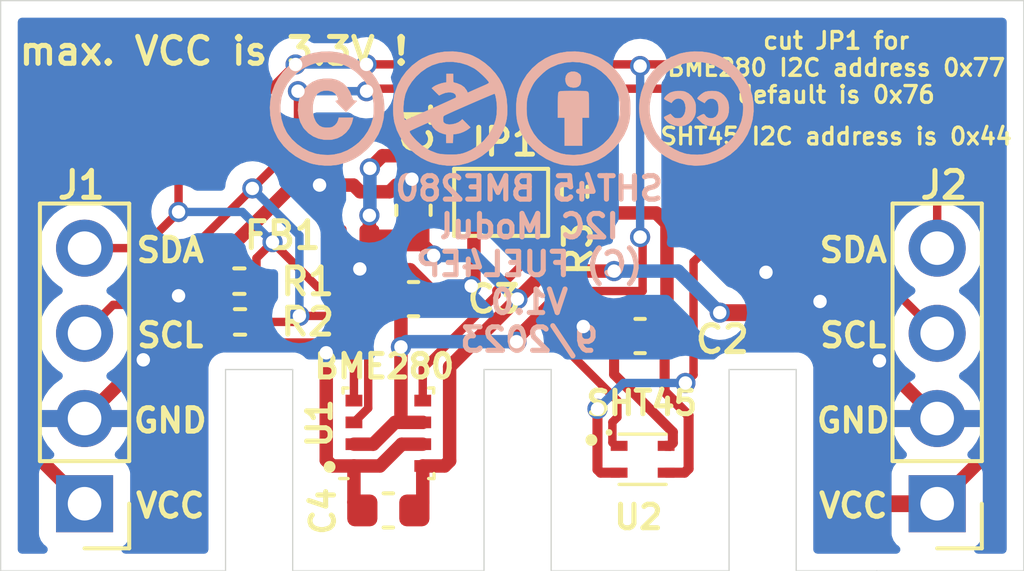
<source format=kicad_pcb>
(kicad_pcb (version 20211014) (generator pcbnew)
  (title_block (title "I2C_Module_SHT45_BME280_FUEL4EP") (date "2023-09-09") (rev "V1.0") (company "(c) FUEL4EP"))
  (layers (0 "F.Cu" signal) (31 "B.Cu" signal) (34 "B.Paste" user) (35 "F.Paste" user) (36 "B.SilkS" user "B.Silkscreen") (37 "F.SilkS" user "F.Silkscreen") (38 "B.Mask" user) (39 "F.Mask" user) (44 "Edge.Cuts" user))
  (net 0 "")
  (net 1 "VCC")
  (net 2 "GND")
  (net 3 "/SCL")
  (net 4 "/SDA")
  (net 5 "VDDA")
  (net 6 "Net-(JP1-Pad2)")
  (footprint "Capacitor_SMD:C_0603_1608Metric" (layer "F.Cu") (at 12.3 -10.75 90)
    (fp_text reference "C1" (at 2.45 0.146 90) (layer "F.SilkS") (effects (font (size 0.8 0.8))))
    (fp_text value "4.7u")
    (pad "1" smd roundrect (at -0.775 0 90) (size 0.9 0.95) (layers "F.Cu" "F.Paste" "F.Mask") (net 5 "VDDA"))
    (pad "2" smd roundrect (at 0.775 0 90) (size 0.9 0.95) (layers "F.Cu" "F.Paste" "F.Mask") (net 2 "GND"))
  )
  (footprint "Connector_PinHeader_2.54mm:PinHeader_1x04_P2.54mm_Vertical" (layer "F.Cu") (at 2.5 -2 180)
    (fp_text reference "J1" (at 0.1 9.5) (layer "F.SilkS") (effects (font (size 0.8 0.8))))
    (fp_text value "Conn_01x04")
    (pad "1" thru_hole rect (at 0 0 180) (size 1.7 1.7) (drill 1) (layers *.Cu *.Mask) (net 1 "VCC"))
    (pad "2" thru_hole oval (at 0 2.54 180) (size 1.7 1.7) (drill 1) (layers *.Cu *.Mask) (net 2 "GND"))
    (pad "3" thru_hole oval (at 0 5.08 180) (size 1.7 1.7) (drill 1) (layers *.Cu *.Mask) (net 3 "/SCL"))
    (pad "4" thru_hole oval (at 0 7.62 180) (size 1.7 1.7) (drill 1) (layers *.Cu *.Mask) (net 4 "/SDA"))
  )
  (footprint "Inductor_SMD:L_0402_1005Metric" (layer "F.Cu") (at 10.5 -10)
    (fp_text reference "FB1" (at -2.1 0) (layer "F.SilkS") (effects (font (size 0.8 0.8))))
    (fp_text value "FerriteBead")
    (pad "1" smd roundrect (at -0.485 0) (size 0.59 0.64) (layers "F.Cu" "F.Paste" "F.Mask") (net 1 "VCC"))
    (pad "2" smd roundrect (at 0.485 0) (size 0.59 0.64) (layers "F.Cu" "F.Paste" "F.Mask") (net 5 "VDDA"))
  )
  (footprint "Connector_PinHeader_2.54mm:PinHeader_1x04_P2.54mm_Vertical" (layer "F.Cu") (at 27.9 -2 180)
    (fp_text reference "J2" (at -0.2 9.5) (layer "F.SilkS") (effects (font (size 0.8 0.8))))
    (fp_text value "Conn_01x04")
    (pad "1" thru_hole rect (at 0 0 180) (size 1.7 1.7) (drill 1) (layers *.Cu *.Mask) (net 1 "VCC"))
    (pad "2" thru_hole oval (at 0 2.54 180) (size 1.7 1.7) (drill 1) (layers *.Cu *.Mask) (net 2 "GND"))
    (pad "3" thru_hole oval (at 0 5.08 180) (size 1.7 1.7) (drill 1) (layers *.Cu *.Mask) (net 3 "/SCL"))
    (pad "4" thru_hole oval (at 0 7.62 180) (size 1.7 1.7) (drill 1) (layers *.Cu *.Mask) (net 4 "/SDA"))
  )
  (footprint "Package_LGA:Bosch_LGA-8_2.5x2.5mm_P0.65mm_ClockwisePinNumbering" (layer "F.Cu") (at 11.55 -4.1 90)
    (fp_text reference "U1" (at 0.3 -2.05 90) (layer "F.SilkS") (effects (font (size 0.7 0.7))))
    (fp_text value "BME280")
    (pad "1" smd rect (at -0.975 -1.025 180) (size 0.5 0.35) (layers "F.Cu" "F.Paste" "F.Mask") (net 2 "GND"))
    (pad "2" smd rect (at -0.325 -1.025 180) (size 0.5 0.35) (layers "F.Cu" "F.Paste" "F.Mask") (net 1 "VCC"))
    (pad "3" smd rect (at 0.325 -1.025 180) (size 0.5 0.35) (layers "F.Cu" "F.Paste" "F.Mask") (net 4 "/SDA"))
    (pad "4" smd rect (at 0.975 -1.025 180) (size 0.5 0.35) (layers "F.Cu" "F.Paste" "F.Mask") (net 3 "/SCL"))
    (pad "5" smd rect (at 0.975 1.025 180) (size 0.5 0.35) (layers "F.Cu" "F.Paste" "F.Mask") (net 6 "Net-(JP1-Pad2)"))
    (pad "6" smd rect (at 0.325 1.025 180) (size 0.5 0.35) (layers "F.Cu" "F.Paste" "F.Mask") (net 1 "VCC"))
    (pad "7" smd rect (at -0.325 1.025 180) (size 0.5 0.35) (layers "F.Cu" "F.Paste" "F.Mask") (net 2 "GND"))
    (pad "8" smd rect (at -0.975 1.025 180) (size 0.5 0.35) (layers "F.Cu" "F.Paste" "F.Mask") (net 5 "VDDA"))
  )
  (footprint "Jumper:SolderJumper-2_P1.3mm_Bridged_Pad1.0x1.5mm" (layer "F.Cu") (at 14.91 -10.985)
    (fp_text reference "JP1" (at 0 -1.8) (layer "F.SilkS") (effects (font (size 0.8 0.8))))
    (fp_text value "SolderJumper_2_Bridged")
    (fp_poly (pts (xy -0.25 -0.3) (xy 0.25 -0.3) (xy 0.25 0.3) (xy -0.25 0.3)) (layer "F.Cu") (width 0) (fill solid))
    (pad "1" smd rect (at -0.65 0) (size 1 1.5) (layers "F.Cu" "F.Mask") (net 2 "GND"))
    (pad "2" smd rect (at 0.65 0) (size 1 1.5) (layers "F.Cu" "F.Mask") (net 6 "Net-(JP1-Pad2)"))
  )
  (footprint "Capacitor_SMD:C_0603_1608Metric" (layer "F.Cu") (at 12.3 -8.1 180)
    (fp_text reference "C3" (at -2.4 0) (layer "F.SilkS") (effects (font (size 0.8 0.8))))
    (fp_text value "100n")
    (pad "1" smd roundrect (at -0.775 0 180) (size 0.9 0.95) (layers "F.Cu" "F.Paste" "F.Mask") (net 2 "GND"))
    (pad "2" smd roundrect (at 0.775 0 180) (size 0.9 0.95) (layers "F.Cu" "F.Paste" "F.Mask") (net 1 "VCC"))
  )
  (footprint "Resistor_SMD:R_0402_1005Metric" (layer "F.Cu") (at 7.112 -8.636 180)
    (fp_text reference "R1" (at -2.032 -0.015) (layer "F.SilkS") (effects (font (size 0.8 0.8))))
    (fp_text value "4.7k")
    (pad "1" smd roundrect (at -0.51 0 180) (size 0.54 0.64) (layers "F.Cu" "F.Paste" "F.Mask") (net 4 "/SDA"))
    (pad "2" smd roundrect (at 0.51 0 180) (size 0.54 0.64) (layers "F.Cu" "F.Paste" "F.Mask") (net 2 "GND"))
  )
  (footprint "Resistor_SMD:R_0402_1005Metric" (layer "F.Cu") (at 17.1 -11.3 -90)
    (fp_text reference "R3" (at 1.7 -0.1 -270) (layer "F.SilkS") (effects (font (size 0.8 0.8))))
    (fp_text value "10k")
    (pad "1" smd roundrect (at -0.51 0 270) (size 0.54 0.64) (layers "F.Cu" "F.Paste" "F.Mask") (net 5 "VDDA"))
    (pad "2" smd roundrect (at 0.51 0 270) (size 0.54 0.64) (layers "F.Cu" "F.Paste" "F.Mask") (net 6 "Net-(JP1-Pad2)"))
  )
  (footprint "FUEL4EP:SHT4X" (layer "F.Cu") (at 19.125 -3.325)
    (fp_text reference "U2" (at -0.125 1.725) (layer "F.SilkS") (effects (font (size 0.7 0.7))))
    (fp_text value "SHT45-AD1F-R2")
    (pad "1" smd rect (at -0.7 -0.4) (size 0.5 0.3) (layers "F.Cu" "F.Paste" "F.Mask") (net 4 "/SDA"))
    (pad "2" smd rect (at -0.7 0.4) (size 0.5 0.3) (layers "F.Cu" "F.Paste" "F.Mask") (net 3 "/SCL"))
    (pad "3" smd rect (at 0.7 0.4) (size 0.5 0.3) (layers "F.Cu" "F.Paste" "F.Mask") (net 5 "VDDA"))
    (pad "4" smd rect (at 0.7 -0.4) (size 0.5 0.3) (layers "F.Cu" "F.Paste" "F.Mask") (net 2 "GND"))
  )
  (footprint "Capacitor_SMD:C_0603_1608Metric" (layer "F.Cu") (at 11.55 -1.8)
    (fp_text reference "C4" (at -1.95 0.022 90) (layer "F.SilkS") (effects (font (size 0.7 0.7))))
    (fp_text value "100n")
    (pad "1" smd roundrect (at -0.775 0) (size 0.9 0.95) (layers "F.Cu" "F.Paste" "F.Mask") (net 2 "GND"))
    (pad "2" smd roundrect (at 0.775 0) (size 0.9 0.95) (layers "F.Cu" "F.Paste" "F.Mask") (net 5 "VDDA"))
  )
  (footprint "Resistor_SMD:R_0402_1005Metric" (layer "F.Cu") (at 7.132 -7.421 180)
    (fp_text reference "R2" (at -2.012 0) (layer "F.SilkS") (effects (font (size 0.8 0.8))))
    (fp_text value "4.7k")
    (pad "1" smd roundrect (at -0.51 0 180) (size 0.54 0.64) (layers "F.Cu" "F.Paste" "F.Mask") (net 3 "/SCL"))
    (pad "2" smd roundrect (at 0.51 0 180) (size 0.54 0.64) (layers "F.Cu" "F.Paste" "F.Mask") (net 2 "GND"))
  )
  (footprint "Capacitor_SMD:C_0603_1608Metric" (layer "F.Cu") (at 19.05 -7)
    (fp_text reference "C2" (at 2.45 0.1) (layer "F.SilkS") (effects (font (size 0.8 0.8))))
    (fp_text value "100n")
    (pad "1" smd roundrect (at -0.775 0) (size 0.9 0.95) (layers "F.Cu" "F.Paste" "F.Mask") (net 2 "GND"))
    (pad "2" smd roundrect (at 0.775 0) (size 0.9 0.95) (layers "F.Cu" "F.Paste" "F.Mask") (net 5 "VDDA"))
  )
  (footprint "FUEL4EP:CC-BY-ND-SA" (layer "B.Cu") (at 15.24 -13.8 180)
    (fp_text reference "LOGO1" hide)
    (fp_text value "Logo_Open_Hardware_Small" hide)
  )
  (gr_circle (center 17.6 -3.9) (end 17.7 -3.9) (layer "F.SilkS") (width 0.1524) (fill solid))
  (gr_circle (center 9.8 -3.1) (end 9.9 -3.1) (layer "F.SilkS") (width 0.1524) (fill solid))
  (gr_line (start 6.7 0) (end 0 0) (layer "Edge.Cuts") (width 0.0381))
  (gr_line (start 16.4 -6) (end 14.4 -6) (layer "Edge.Cuts") (width 0.0381))
  (gr_line (start 6.7 -6) (end 8.7 -6) (layer "Edge.Cuts") (width 0.0381))
  (gr_line (start 16.4 0) (end 16.4 -6) (layer "Edge.Cuts") (width 0.0381))
  (gr_line (start 6.7 0) (end 6.7 -6) (layer "Edge.Cuts") (width 0.0381))
  (gr_line (start 30.48 0) (end 26.1 0) (layer "Edge.Cuts") (width 0.0381))
  (gr_line (start 0 -17) (end 0 0) (layer "Edge.Cuts") (width 0.0381))
  (gr_line (start 0 -17) (end 30.48 -17) (layer "Edge.Cuts") (width 0.0381))
  (gr_line (start 14.4 0) (end 8.7 0) (layer "Edge.Cuts") (width 0.0381))
  (gr_line (start 21.7 0) (end 21.7 -6) (layer "Edge.Cuts") (width 0.0381))
  (gr_line (start 8.7 -6) (end 8.7 0) (layer "Edge.Cuts") (width 0.0381))
  (gr_line (start 21.7 -6) (end 23.7 -6) (layer "Edge.Cuts") (width 0.0381))
  (gr_line (start 14.4 -6) (end 14.4 0) (layer "Edge.Cuts") (width 0.0381))
  (gr_line (start 26.1 0) (end 23.7 0) (layer "Edge.Cuts") (width 0.0381))
  (gr_line (start 23.7 -6) (end 23.7 0) (layer "Edge.Cuts") (width 0.0381))
  (gr_line (start 21.7 0) (end 16.4 0) (layer "Edge.Cuts") (width 0.0381))
  (gr_line (start 30.48 -17) (end 30.48 0) (layer "Edge.Cuts") (width 0.0381))
  (gr_text "SHT45 BME280\nI2C Modul\n(C) FUEL4EP\nV1.0\n9/2023" (at 15.748 -9.144) (layer "B.SilkS") (effects (font (size 0.7 0.7) (thickness 0.1524)) (justify mirror)))
  (gr_text "SCL\n" (at 5.053 -7.02) (layer "F.SilkS") (effects (font (size 0.7 0.7))))
  (gr_text "SDA" (at 25.4 -9.56) (layer "F.SilkS") (effects (font (size 0.7 0.7))))
  (gr_text "SHT45 I2C address is 0x44" (at 24.892 -12.954) (layer "F.SilkS") (effects (font (size 0.5 0.5) (thickness 0.1))))
  (gr_text "SHT45\n" (at 19.1 -5) (layer "F.SilkS") (effects (font (size 0.7 0.7))))
  (gr_text "GND\n" (at 25.4 -4.48) (layer "F.SilkS") (effects (font (size 0.7 0.7))))
  (gr_text "GND\n" (at 5.053 -4.48) (layer "F.SilkS") (effects (font (size 0.7 0.7))))
  (gr_text "SCL\n" (at 25.4 -7.02) (layer "F.SilkS") (effects (font (size 0.7 0.7))))
  (gr_text "VCC\n" (at 5.053 -1.94) (layer "F.SilkS") (effects (font (size 0.7 0.7))))
  (gr_text "cut JP1 for\nBME280 I2C address 0x77\ndefault is 0x76\n" (at 24.892 -15) (layer "F.SilkS") (effects (font (size 0.5 0.5) (thickness 0.1))))
  (gr_text "BME280" (at 11.43 -6.096) (layer "F.SilkS") (effects (font (size 0.7 0.7))))
  (gr_text "SDA" (at 5.053 -9.56) (layer "F.SilkS") (effects (font (size 0.7 0.7))))
  (gr_text "VCC\n" (at 25.4 -1.94) (layer "F.SilkS") (effects (font (size 0.7 0.7))))
  (gr_text "max. VCC is 3.3V !" (at 6.35 -15.494) (layer "F.SilkS") (effects (font (size 0.8 0.8) (thickness 0.1524))))
  (segment (start 26.4 -2) (end 24.9 -3.5) (width 0.5) (layer "F.Cu") (net 1))
  (segment (start 11.75 -4.425) (end 11.1 -3.775) (width 0.4) (layer "F.Cu") (net 1))
  (segment (start 17.380493 -8.935823) (end 18.274735 -8.935823) (width 0.4) (layer "F.Cu") (net 1))
  (segment (start 1.016 -16.256) (end 29.464 -16.256) (width 0.4) (layer "F.Cu") (net 1))
  (segment (start 11.1 -3.775) (end 10.525 -3.775) (width 0.4) (layer "F.Cu") (net 1))
  (segment (start 15.368742 -6.924072) (end 17.380493 -8.935823) (width 0.4) (layer "F.Cu") (net 1))
  (segment (start 29.718 -3.818) (end 27.9 -2) (width 0.4) (layer "F.Cu") (net 1))
  (segment (start 23.603116 -7.696884) (end 21.4225 -7.696884) (width 0.5) (layer "F.Cu") (net 1))
  (segment (start 27.9 -2) (end 26.4 -2) (width 0.5) (layer "F.Cu") (net 1))
  (segment (start 29.464 -16.256) (end 29.718 -16.002) (width 0.4) (layer "F.Cu") (net 1))
  (segment (start 0.762 -3.738) (end 0.762 -16.002) (width 0.4) (layer "F.Cu") (net 1))
  (segment (start 10.0005 -8.710257) (end 10.610757 -8.1) (width 0.4) (layer "F.Cu") (net 1))
  (segment (start 10.0005 -9.289743) (end 10.0005 -8.710257) (width 0.4) (layer "F.Cu") (net 1))
  (segment (start 10.015 -10) (end 10.015 -9.304243) (width 0.4) (layer "F.Cu") (net 1))
  (segment (start 11.925 -4.5) (end 11.925 -7.7) (width 0.4) (layer "F.Cu") (net 1))
  (segment (start 0.762 -16.002) (end 1.016 -16.256) (width 0.4) (layer "F.Cu") (net 1))
  (segment (start 10.610757 -8.1) (end 11.525 -8.1) (width 0.4) (layer "F.Cu") (net 1))
  (segment (start 24.9 -6.4) (end 23.603116 -7.696884) (width 0.5) (layer "F.Cu") (net 1))
  (segment (start 10.015 -9.304243) (end 10.0005 -9.289743) (width 0.4) (layer "F.Cu") (net 1))
  (segment (start 12 -4.425) (end 11.925 -4.5) (width 0.4) (layer "F.Cu") (net 1))
  (segment (start 24.9 -3.5) (end 24.9 -6.4) (width 0.5) (layer "F.Cu") (net 1))
  (segment (start 12.575 -4.425) (end 11.75 -4.425) (width 0.4) (layer "F.Cu") (net 1))
  (segment (start 0.762 -3.738) (end 2.5 -2) (width 0.4) (layer "F.Cu") (net 1))
  (segment (start 11.925 -7.7) (end 11.525 -8.1) (width 0.4) (layer "F.Cu") (net 1))
  (segment (start 15.368742 -6.831258) (end 15.368742 -6.924072) (width 0.4) (layer "F.Cu") (net 1))
  (segment (start 29.718 -16.002) (end 29.718 -3.818) (width 0.4) (layer "F.Cu") (net 1))
  (segment (start 12.575 -4.425) (end 12 -4.425) (width 0.4) (layer "F.Cu") (net 1))
  (via (at 18.274735 -8.935823) (size 0.6) (drill 0.4) (layers "F.Cu" "B.Cu") (net 1))
  (via (at 11.925 -6.675) (size 0.6) (drill 0.4) (layers "F.Cu" "B.Cu") (net 1))
  (via (at 21.4225 -7.696884) (size 0.6) (drill 0.4) (layers "F.Cu" "B.Cu") (net 1))
  (via (at 15.368742 -6.831258) (size 0.6) (drill 0.4) (layers "F.Cu" "B.Cu") (net 1))
  (segment (start 18.274735 -8.935823) (end 20.183561 -8.935823) (width 0.4) (layer "B.Cu") (net 1))
  (segment (start 12.081258 -6.831258) (end 11.925 -6.675) (width 0.4) (layer "B.Cu") (net 1))
  (segment (start 20.183561 -8.935823) (end 21.4225 -7.696884) (width 0.4) (layer "B.Cu") (net 1))
  (segment (start 15.368742 -6.831258) (end 12.081258 -6.831258) (width 0.4) (layer "B.Cu") (net 1))
  (segment (start 18.275 -7) (end 17.641051 -7) (width 0.4) (layer "F.Cu") (net 2))
  (segment (start 10.725 -8.975) (end 12.2 -8.975) (width 0.4) (layer "F.Cu") (net 2))
  (segment (start 10.525 -2.05) (end 10.775 -1.8) (width 0.4) (layer "F.Cu") (net 2))
  (segment (start 9.875 -3.125) (end 9.7 -3.3) (width 0.4) (layer "F.Cu") (net 2))
  (segment (start 19.937132 -3.725) (end 19.825 -3.725) (width 0.3) (layer "F.Cu") (net 2))
  (segment (start 14.1 -8.572728) (end 14.019014 -8.491742) (width 0.4) (layer "F.Cu") (net 2))
  (segment (start 9.7 -3.3) (end 9.7 -6.5) (width 0.4) (layer "F.Cu") (net 2))
  (segment (start 6.602 -9.396) (end 6.602 -8.636) (width 0.4) (layer "F.Cu") (net 2))
  (segment (start 18.796 -5.334) (end 18.275 -5.855) (width 0.3) (layer "F.Cu") (net 2))
  (segment (start 10.725 -8.975) (end 10.7 -9) (width 0.4) (layer "F.Cu") (net 2))
  (segment (start 9.469 -6.731) (end 9.7 -6.5) (width 0.4) (layer "F.Cu") (net 2))
  (segment (start 10.510257 -11.5005) (end 9.5005 -11.5005) (width 0.4) (layer "F.Cu") (net 2))
  (segment (start 18.828132 -5.334) (end 20.025 -4.137132) (width 0.3) (layer "F.Cu") (net 2))
  (segment (start 14.1 -10.825) (end 14.1 -8.572728) (width 0.4) (layer "F.Cu") (net 2))
  (segment (start 13.691742 -8.491742) (end 14.019014 -8.491742) (width 0.4) (layer "F.Cu") (net 2))
  (segment (start 24.41 -8.03) (end 23.54 -8.9) (width 0.4) (layer "F.Cu") (net 2))
  (segment (start 18.275 -5.855) (end 18.275 -7) (width 0.3) (layer "F.Cu") (net 2))
  (segment (start 6.622 -8.11) (end 5.39 -8.11) (width 0.4) (layer "F.Cu") (net 2))
  (segment (start 11.589743 -11.3005) (end 10.710257 -11.3005) (width 0.4) (layer "F.Cu") (net 2))
  (segment (start 10.525 -3.125) (end 10.525 -2.05) (width 0.4) (layer "F.Cu") (net 2))
  (segment (start 17.641051 -7) (end 17.3585 -7.282551) (width 0.4) (layer "F.Cu") (net 2))
  (segment (start 20.025 -3.812868) (end 19.937132 -3.725) (width 0.3) (layer "F.Cu") (net 2))
  (segment (start 6.731 -6.731) (end 9.469 -6.731) (width 0.4) (layer "F.Cu") (net 2))
  (segment (start 13.3 -8.1) (end 13.691742 -8.491742) (width 0.4) (layer "F.Cu") (net 2))
  (segment (start 6.682 -6.78) (end 6.731 -6.731) (width 0.4) (layer "F.Cu") (net 2))
  (segment (start 12.2755 -11.5005) (end 11.789743 -11.5005) (width 0.4) (layer "F.Cu") (net 2))
  (segment (start 20.025 -4.137132) (end 20.025 -3.812868) (width 0.3) (layer "F.Cu") (net 2))
  (segment (start 5.39 -8.11) (end 5.3 -8.2) (width 0.4) (layer "F.Cu") (net 2))
  (segment (start 6.622 -6.84) (end 6.682 -6.78) (width 0.4) (layer "F.Cu") (net 2))
  (segment (start 26.18 -6.26) (end 24.41 -8.03) (width 0.4) (layer "F.Cu") (net 2))
  (segment (start 23.54 -8.9) (end 22.8 -8.9) (width 0.4) (layer "F.Cu") (net 2))
  (segment (start 13.075 -8.1) (end 12.2 -8.975) (width 0.4) (layer "F.Cu") (net 2))
  (segment (start 4.818 -6.858) (end 6.604 -6.858) (width 0.4) (layer "F.Cu") (net 2))
  (segment (start 18.828132 -5.334) (end 18.796 -5.334) (width 0.3) (layer "F.Cu") (net 2))
  (segment (start 11.789743 -11.5005) (end 11.589743 -11.3005) (width 0.4) (layer "F.Cu") (net 2))
  (segment (start 12.575 -3.775) (end 11.947822 -3.775) (width 0.4) (layer "F.Cu") (net 2))
  (segment (start 6.622 -7.421) (end 6.622 -6.84) (width 0.4) (layer "F.Cu") (net 2))
  (segment (start 13.72 -11.525) (end 14.26 -10.985) (width 0.4) (layer "F.Cu") (net 2))
  (segment (start 10.525 -3.125) (end 9.875 -3.125) (width 0.4) (layer "F.Cu") (net 2))
  (segment (start 12.3 -11.525) (end 13.72 -11.525) (width 0.4) (layer "F.Cu") (net 2))
  (segment (start 6.622 -8.11) (end 6.622 -8.616) (width 0.4) (layer "F.Cu") (net 2))
  (segment (start 6.604 -6.858) (end 6.682 -6.78) (width 0.4) (layer "F.Cu") (net 2))
  (segment (start 11.297822 -3.125) (end 10.525 -3.125) (width 0.4) (layer "F.Cu") (net 2))
  (segment (start 11.947822 -3.775) (end 11.297822 -3.125) (width 0.4) (layer "F.Cu") (net 2))
  (segment (start 10.710257 -11.3005) (end 10.510257 -11.5005) (width 0.4) (layer "F.Cu") (net 2))
  (segment (start 2.5 -4.54) (end 4.25 -6.29) (width 0.4) (layer "F.Cu") (net 2))
  (segment (start 8.7065 -11.5005) (end 6.602 -9.396) (width 0.4) (layer "F.Cu") (net 2))
  (segment (start 9.5005 -11.5005) (end 8.7065 -11.5005) (width 0.4) (layer "F.Cu") (net 2))
  (segment (start 27.9 -4.54) (end 26.18 -6.26) (width 0.4) (layer "F.Cu") (net 2))
  (segment (start 6.622 -7.421) (end 6.622 -8.11) (width 0.4) (layer "F.Cu") (net 2))
  (segment (start 4.25 -6.29) (end 4.818 -6.858) (width 0.4) (layer "F.Cu") (net 2))
  (via (at 4.25 -6.29) (size 0.6) (drill 0.4) (layers "F.Cu" "B.Cu") (net 2))
  (via (at 17.3585 -7.282551) (size 0.6) (drill 0.4) (layers "F.Cu" "B.Cu") (net 2))
  (via (at 12.252178 -11.6755) (size 0.6) (drill 0.4) (layers "F.Cu" "B.Cu") (net 2))
  (via (at 26.18 -6.26) (size 0.6) (drill 0.4) (layers "F.Cu" "B.Cu") (net 2))
  (via (at 5.3 -8.2) (size 0.6) (drill 0.4) (layers "F.Cu" "B.Cu") (net 2))
  (via (at 14.019014 -8.491742) (size 0.6) (drill 0.4) (layers "F.Cu" "B.Cu") (net 2))
  (via (at 9.5005 -11.5005) (size 0.6) (drill 0.4) (layers "F.Cu" "B.Cu") (net 2))
  (via (at 9.7 -6.5) (size 0.6) (drill 0.4) (layers "F.Cu" "B.Cu") (net 2))
  (via (at 24.41 -8.03) (size 0.6) (drill 0.4) (layers "F.Cu" "B.Cu") (net 2))
  (via (at 22.8 -8.9) (size 0.6) (drill 0.4) (layers "F.Cu" "B.Cu") (net 2))
  (via (at 10.7 -9) (size 0.6) (drill 0.4) (layers "F.Cu" "B.Cu") (net 2))
  (segment (start 10.525 -5.075) (end 10.525 -6.808311) (width 0.25) (layer "F.Cu") (net 3))
  (segment (start 18.425 -2.925) (end 17.875 -2.925) (width 0.3) (layer "F.Cu") (net 3))
  (segment (start 25.6 -9.38) (end 25.6 -11.1) (width 0.25) (layer "F.Cu") (net 3))
  (segment (start 8.721 -7.421) (end 8.9 -7.6) (width 0.25) (layer "F.Cu") (net 3))
  (segment (start 20.642 -5.842) (end 20.4 -5.6) (width 0.25) (layer "F.Cu") (net 3))
  (segment (start 17.78 -3.02) (end 17.78 -4.826) (width 0.3) (layer "F.Cu") (net 3))
  (segment (start 3.35 -7.93) (end 4.03 -7.93) (width 0.25) (layer "F.Cu") (net 3))
  (segment (start 24.065 -12.635) (end 20.642 -9.212) (width 0.25) (layer "F.Cu") (net 3))
  (segment (start 9.733311 -7.6) (end 8.9 -7.6) (width 0.25) (layer "F.Cu") (net 3))
  (segment (start 7.642 -7.421) (end 8.721 -7.421) (width 0.25) (layer "F.Cu") (net 3))
  (segment (start 27.9 -7.08) (end 25.6 -9.38) (width 0.25) (layer "F.Cu") (net 3))
  (segment (start 7.5 -11.4) (end 8.857217 -12.757217) (width 0.25) (layer "F.Cu") (net 3))
  (segment (start 2.5 -7.08) (end 3.35 -7.93) (width 0.25) (layer "F.Cu") (net 3))
  (segment (start 24.065 -12.635) (end 25.6 -11.1) (width 0.25) (layer "F.Cu") (net 3))
  (segment (start 8.857217 -12.757217) (end 8.857217 -14.3) (width 0.25) (layer "F.Cu") (net 3))
  (segment (start 10.9 -14.3) (end 10.9745 -14.3745) (width 0.25) (layer "F.Cu") (net 3))
  (segment (start 10.525 -6.808311) (end 9.733311 -7.6) (width 0.25) (layer "F.Cu") (net 3))
  (segment (start 10.9745 -14.3745) (end 22.3255 -14.3745) (width 0.25) (layer "F.Cu") (net 3))
  (segment (start 17.875 -2.925) (end 17.78 -3.02) (width 0.3) (layer "F.Cu") (net 3))
  (segment (start 4.03 -7.93) (end 7.5 -11.4) (width 0.25) (layer "F.Cu") (net 3))
  (segment (start 20.642 -9.212) (end 20.642 -5.842) (width 0.25) (layer "F.Cu") (net 3))
  (segment (start 22.3255 -14.3745) (end 24.065 -12.635) (width 0.25) (layer "F.Cu") (net 3))
  (via (at 8.857217 -14.3) (size 0.6) (drill 0.4) (layers "F.Cu" "B.Cu") (net 3))
  (via (at 7.5 -11.4) (size 0.6) (drill 0.4) (layers "F.Cu" "B.Cu") (net 3))
  (via (at 8.9 -7.6) (size 0.6) (drill 0.4) (layers "F.Cu" "B.Cu") (net 3))
  (via (at 10.9 -14.3) (size 0.6) (drill 0.4) (layers "F.Cu" "B.Cu") (net 3))
  (via (at 17.78 -4.826) (size 0.6) (drill 0.4) (layers "F.Cu" "B.Cu") (net 3))
  (via (at 20.4 -5.6) (size 0.6) (drill 0.4) (layers "F.Cu" "B.Cu") (net 3))
  (segment (start 17.78 -4.826) (end 18.554 -5.6) (width 0.25) (layer "B.Cu") (net 3))
  (segment (start 18.554 -5.6) (end 20.4 -5.6) (width 0.25) (layer "B.Cu") (net 3))
  (segment (start 7.5 -11.4) (end 8.9 -10) (width 0.25) (layer "B.Cu") (net 3))
  (segment (start 10.9 -14.3) (end 8.857217 -14.3) (width 0.25) (layer "B.Cu") (net 3))
  (segment (start 8.9 -10) (end 8.9 -7.6) (width 0.25) (layer "B.Cu") (net 3))
  (segment (start 7.622 -9.322002) (end 8.1 -9.800002) (width 0.25) (layer "F.Cu") (net 4))
  (segment (start 4.22 -9.62) (end 5.3 -10.7) (width 0.25) (layer "F.Cu") (net 4))
  (segment (start 18.224501 -3.825499) (end 18.325 -3.725) (width 0.25) (layer "F.Cu") (net 4))
  (segment (start 27.9 -9.62) (end 27.9 -13.3) (width 0.25) (layer "F.Cu") (net 4))
  (segment (start 26.100497 -15.099503) (end 10.9 -15.099503) (width 0.25) (layer "F.Cu") (net 4))
  (segment (start 19.1245 -8.341323) (end 17.485323 -8.341323) (width 0.25) (layer "F.Cu") (net 4))
  (segment (start 7.622 -8.636) (end 7.622 -9.322002) (width 0.25) (layer "F.Cu") (net 4))
  (segment (start 19.1245 -9.8755) (end 19.1245 -8.341323) (width 0.25) (layer "F.Cu") (net 4))
  (segment (start 18.3745 -5.07225) (end 18.3745 -4.57975) (width 0.25) (layer "F.Cu") (net 4))
  (segment (start 2.5 -9.62) (end 4.22 -9.62) (width 0.25) (layer "F.Cu") (net 4))
  (segment (start 16.764 -7.62) (end 16.764 -6.68275) (width 0.25) (layer "F.Cu") (net 4))
  (segment (start 27.9 -13.3) (end 26.100497 -15.099503) (width 0.25) (layer "F.Cu") (net 4))
  (segment (start 17.485323 -8.341323) (end 16.764 -7.62) (width 0.25) (layer "F.Cu") (net 4))
  (segment (start 8.770408 -15.096368) (end 8.786493 -15.096368) (width 0.25) (layer "F.Cu") (net 4))
  (segment (start 10.95 -4.85) (end 10.95 -6.950002) (width 0.25) (layer "F.Cu") (net 4))
  (segment (start 5.3 -11.62596) (end 8.770408 -15.096368) (width 0.25) (layer "F.Cu") (net 4))
  (segment (start 19.05 -9.95) (end 19.1245 -9.8755) (width 0.25) (layer "F.Cu") (net 4))
  (segment (start 18.224501 -4.429751) (end 18.224501 -3.825499) (width 0.25) (layer "F.Cu") (net 4))
  (segment (start 16.764 -6.68275) (end 18.3745 -5.07225) (width 0.25) (layer "F.Cu") (net 4))
  (segment (start 10.525 -4.425) (end 10.95 -4.85) (width 0.25) (layer "F.Cu") (net 4))
  (segment (start 5.3 -10.7) (end 5.3 -11.62596) (width 0.25) (layer "F.Cu") (net 4))
  (segment (start 10.95 -6.950002) (end 8.1 -9.800002) (width 0.25) (layer "F.Cu") (net 4))
  (segment (start 18.3745 -4.57975) (end 18.224501 -4.429751) (width 0.25) (layer "F.Cu") (net 4))
  (via (at 19.05 -9.95) (size 0.6) (drill 0.4) (layers "F.Cu" "B.Cu") (net 4))
  (via (at 19.05 -15.05) (size 0.6) (drill 0.4) (layers "F.Cu" "B.Cu") (net 4))
  (via (at 5.3 -10.7) (size 0.6) (drill 0.4) (layers "F.Cu" "B.Cu") (net 4))
  (via (at 8.786493 -15.096368) (size 0.6) (drill 0.4) (layers "F.Cu" "B.Cu") (net 4))
  (via (at 10.9 -15.099503) (size 0.6) (drill 0.4) (layers "F.Cu" "B.Cu") (net 4))
  (via (at 8.1 -9.800002) (size 0.6) (drill 0.4) (layers "F.Cu" "B.Cu") (net 4))
  (segment (start 5.3 -10.7) (end 7.2 -10.7) (width 0.25) (layer "B.Cu") (net 4))
  (segment (start 7.2 -10.7) (end 8.1 -9.800002) (width 0.25) (layer "B.Cu") (net 4))
  (segment (start 10.9 -15.099503) (end 10.896865 -15.096368) (width 0.25) (layer "B.Cu") (net 4))
  (segment (start 19.05 -15.05) (end 19.05 -9.95) (width 0.25) (layer "B.Cu") (net 4))
  (segment (start 10.896865 -15.096368) (end 8.786493 -15.096368) (width 0.25) (layer "B.Cu") (net 4))
  (segment (start 10.985 -10) (end 10.985 -10.597577) (width 0.4) (layer "F.Cu") (net 5))
  (segment (start 13.375 -3.275) (end 13.375 -6.083396) (width 0.4) (layer "F.Cu") (net 5))
  (segment (start 17.82 -10.433396) (end 16.578606 -9.192002) (width 0.4) (layer "F.Cu") (net 5))
  (segment (start 17.82 -10.67) (end 17.82 -10.433396) (width 0.4) (layer "F.Cu") (net 5))
  (segment (start 19.825 -2.925) (end 20.375 -2.925) (width 0.3) (layer "F.Cu") (net 5))
  (segment (start 12.325 -9.975) (end 12.9 -9.4) (width 0.4) (layer "F.Cu") (net 5))
  (segment (start 12.575 -3.125) (end 13.225 -3.125) (width 0.4) (layer "F.Cu") (net 5))
  (segment (start 16.535 -12.375) (end 17.1 -11.81) (width 0.4) (layer "F.Cu") (net 5))
  (segment (start 19.7805 -5.343394) (end 19.7805 -6.9555) (width 0.3) (layer "F.Cu") (net 5))
  (segment (start 20.375 -2.925) (end 20.494501 -3.044501) (width 0.3) (layer "F.Cu") (net 5))
  (segment (start 19.85 -10.35) (end 19.85 -7.025) (width 0.4) (layer "F.Cu") (net 5))
  (segment (start 12.575 -2.05) (end 12.325 -1.8) (width 0.4) (layer "F.Cu") (net 5))
  (segment (start 11 -12) (end 11.375 -12.375) (width 0.4) (layer "F.Cu") (net 5))
  (segment (start 11.375 -12.375) (end 16.535 -12.375) (width 0.4) (layer "F.Cu") (net 5))
  (segment (start 13.375 -6.083396) (end 15.395802 -8.104198) (width 0.4) (layer "F.Cu") (net 5))
  (segment (start 16.483606 -9.192002) (end 15.395802 -8.104198) (width 0.4) (layer "F.Cu") (net 5))
  (segment (start 19.53 -10.67) (end 19.85 -10.35) (width 0.4) (layer "F.Cu") (net 5))
  (segment (start 17.82 -10.67) (end 19.53 -10.67) (width 0.4) (layer "F.Cu") (net 5))
  (segment (start 12.575 -3.125) (end 12.575 -2.05) (width 0.4) (layer "F.Cu") (net 5))
  (segment (start 12.3 -9.975) (end 11.01 -9.975) (width 0.4) (layer "F.Cu") (net 5))
  (segment (start 13.225 -3.125) (end 13.375 -3.275) (width 0.4) (layer "F.Cu") (net 5))
  (segment (start 16.578606 -9.192002) (end 16.483606 -9.192002) (width 0.4) (layer "F.Cu") (net 5))
  (segment (start 17.156604 -11.81) (end 17.82 -11.146604) (width 0.4) (layer "F.Cu") (net 5))
  (segment (start 17.82 -11.146604) (end 17.82 -10.67) (width 0.4) (layer "F.Cu") (net 5))
  (segment (start 20.494501 -4.629393) (end 19.7805 -5.343394) (width 0.3) (layer "F.Cu") (net 5))
  (segment (start 20.494501 -3.044501) (end 20.494501 -4.629393) (width 0.3) (layer "F.Cu") (net 5))
  (via (at 10.985 -10.597577) (size 0.6) (drill 0.4) (layers "F.Cu" "B.Cu") (net 5))
  (via (at 11 -12) (size 0.6) (drill 0.4) (layers "F.Cu" "B.Cu") (net 5))
  (via (at 12.9 -9.4) (size 0.6) (drill 0.4) (layers "F.Cu" "B.Cu") (net 5))
  (via (at 15.395802 -8.104198) (size 0.6) (drill 0.4) (layers "F.Cu" "B.Cu") (net 5))
  (segment (start 11 -12) (end 11 -10.619423) (width 0.4) (layer "B.Cu") (net 5))
  (segment (start 14.1 -9.4) (end 15.395802 -8.104198) (width 0.4) (layer "B.Cu") (net 5))
  (segment (start 11 -10.619423) (end 11 -10.612577) (width 0.4) (layer "B.Cu") (net 5))
  (segment (start 11 -10.619423) (end 10.981577 -10.601) (width 0.4) (layer "B.Cu") (net 5))
  (segment (start 11 -10.612577) (end 10.985 -10.597577) (width 0.4) (layer "B.Cu") (net 5))
  (segment (start 12.9 -9.4) (end 14.1 -9.4) (width 0.4) (layer "B.Cu") (net 5))
  (segment (start 14.771302 -8.221454) (end 14.771302 -8.362875) (width 0.25) (layer "F.Cu") (net 6))
  (segment (start 15.56 -9.151573) (end 15.56 -10.985) (width 0.25) (layer "F.Cu") (net 6))
  (segment (start 14.771302 -8.362875) (end 15.56 -9.151573) (width 0.25) (layer "F.Cu") (net 6))
  (segment (start 12.575 -5.075) (end 12.575 -6.025152) (width 0.25) (layer "F.Cu") (net 6))
  (segment (start 17.1 -10.79) (end 15.755 -10.79) (width 0.25) (layer "F.Cu") (net 6))
  (segment (start 12.575 -6.025152) (end 14.771302 -8.221454) (width 0.25) (layer "F.Cu") (net 6))
  (zone (net 2) (net_name "GND") (layer "B.Cu") (connect_pads (clearance 0.508)) (min_thickness 0.254) (fill yes (thermal_gap 0.508) (thermal_bridge_width 0.508))
    (polygon (pts (xy 30.2 -0.3) (xy 24 -0.3) (xy 24 -6.3) (xy 6.4 -6.3) (xy 6.4 -0.3) (xy 0.3 -0.3) (xy 0.3 -16.7) (xy 30.2 -16.7)))
  )
)
</source>
